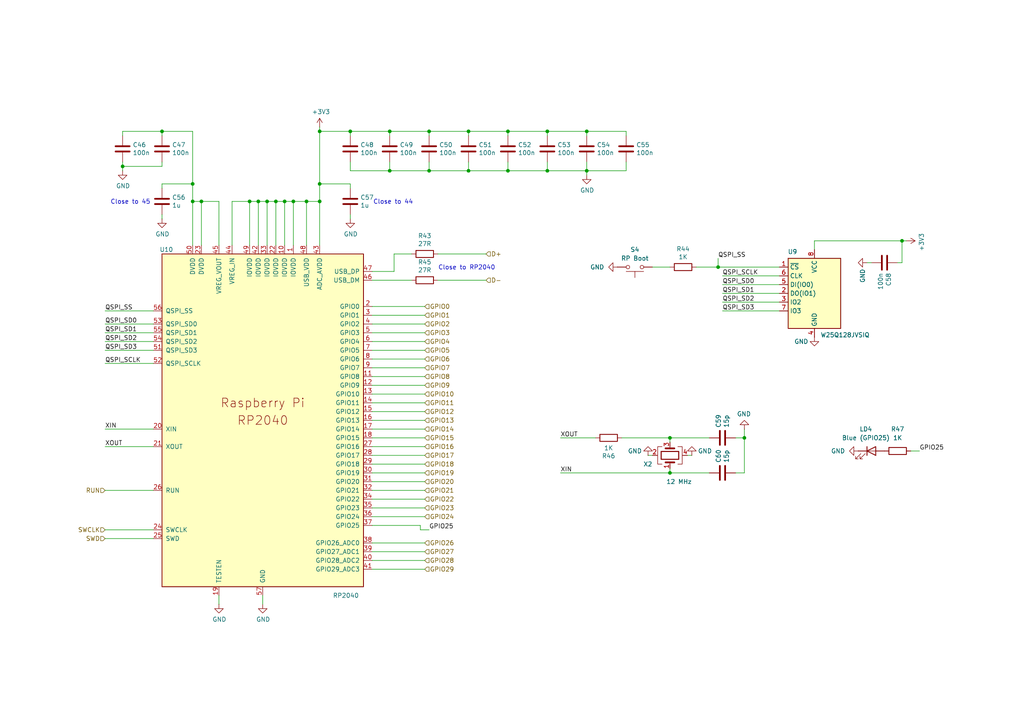
<source format=kicad_sch>
(kicad_sch (version 20250114) (generator "eeschema") (generator_version "9.0")
  (paper "A4")
  (title_block (title "${NAME} ${MODEL}") (date "2025-07-04") (rev "${VERSION}") (company "Mikhail Matveev") (comment 1 "https://github.com/rh1tech/echo"))
  (lib_symbols
    (symbol "+3V3_1" (power) (pin_numbers (hide yes)) (pin_names (offset 0) (hide yes))
      (property "Value" "+3V3" (at 0 3.556 0))
      (symbol "+3V3_1_0_1"
        (polyline (pts (xy -0.762 1.27) (xy 0 2.54)))
        (polyline (pts (xy 0 2.54) (xy 0.762 1.27)))
        (polyline (pts (xy 0 0) (xy 0 2.54)))
      )
      (symbol "+3V3_1_1_1"
        (pin power_in line (at 0 0 90) (length 0) (name "~") (number "1"))
      )
    )
    (symbol "Device:C" (pin_numbers (hide yes)) (pin_names (offset 0.254))
      (property "Reference" "C" (at 0.635 2.54 0))
      (property "Value" "C" (at 0.635 -2.54 0))
      (symbol "C_0_1"
        (polyline (pts (xy -2.032 0.762) (xy 2.032 0.762)) (stroke (width 0.508)))
        (polyline (pts (xy -2.032 -0.762) (xy 2.032 -0.762)) (stroke (width 0.508)))
      )
      (symbol "C_1_1"
        (pin passive line (at 0 3.81 270) (length 2.794) (name "~") (number "1"))
        (pin passive line (at 0 -3.81 90) (length 2.794) (name "~") (number "2"))
      )
    )
    (symbol "Device:Crystal_GND24" (pin_names (offset 1.016) (hide yes))
      (property "Reference" "Y" (at 3.175 5.08 0))
      (property "Value" "Crystal_GND24" (at 3.175 3.175 0))
      (symbol "Crystal_GND24_0_1"
        (polyline (pts (xy -2.54 2.286) (xy -2.54 3.556) (xy 2.54 3.556) (xy 2.54 2.286)))
        (polyline (pts (xy -2.54 0) (xy -2.032 0)))
        (polyline (pts (xy -2.54 -2.286) (xy -2.54 -3.556) (xy 2.54 -3.556) (xy 2.54 -2.286)))
        (polyline (pts (xy -2.032 -1.27) (xy -2.032 1.27)) (stroke (width 0.508)))
        (rectangle (start -1.143 2.54) (end 1.143 -2.54) (stroke (width 0.3048)))
        (polyline (pts (xy 0 3.556) (xy 0 3.81)))
        (polyline (pts (xy 0 -3.81) (xy 0 -3.556)))
        (polyline (pts (xy 2.032 0) (xy 2.54 0)))
        (polyline (pts (xy 2.032 -1.27) (xy 2.032 1.27)) (stroke (width 0.508)))
      )
      (symbol "Crystal_GND24_1_1"
        (pin passive line (at -3.81 0 0) (length 1.27) (name "1") (number "1"))
        (pin passive line (at 0 5.08 270) (length 1.27) (name "2") (number "2"))
        (pin passive line (at 0 -5.08 90) (length 1.27) (name "4") (number "4"))
        (pin passive line (at 3.81 0 180) (length 1.27) (name "3") (number "3"))
      )
    )
    (symbol "Device:LED" (pin_numbers (hide yes)) (pin_names (offset 1.016) (hide yes))
      (property "Reference" "D" (at 0 2.54 0))
      (property "Value" "LED" (at 0 -2.54 0))
      (symbol "LED_0_1"
        (polyline (pts (xy -3.048 -0.762) (xy -4.572 -2.286) (xy -3.81 -2.286) (xy -4.572 -2.286) (xy -4.572 -1.524)))
        (polyline (pts (xy -1.778 -0.762) (xy -3.302 -2.286) (xy -2.54 -2.286) (xy -3.302 -2.286) (xy -3.302 -1.524)))
        (polyline (pts (xy -1.27 0) (xy 1.27 0)))
        (polyline (pts (xy -1.27 -1.27) (xy -1.27 1.27)) (stroke (width 0.254)))
        (polyline (pts (xy 1.27 -1.27) (xy 1.27 1.27) (xy -1.27 0) (xy 1.27 -1.27)) (stroke (width 0.254)))
      )
      (symbol "LED_1_1"
        (pin passive line (at -3.81 0 0) (length 2.54) (name "K") (number "1"))
        (pin passive line (at 3.81 0 180) (length 2.54) (name "A") (number "2"))
      )
    )
    (symbol "Device:R" (pin_numbers (hide yes)) (pin_names (offset 0))
      (property "Reference" "R" (at 2.032 0 90))
      (property "Value" "R" (at 0 0 90))
      (symbol "R_0_1"
        (rectangle (start -1.016 -2.54) (end 1.016 2.54) (stroke (width 0.254)))
      )
      (symbol "R_1_1"
        (pin passive line (at 0 3.81 270) (length 1.27) (name "~") (number "1"))
        (pin passive line (at 0 -3.81 90) (length 1.27) (name "~") (number "2"))
      )
    )
    (symbol "FRANK:Flash_W25Q128JVS"
      (property "Reference" "FL1" (at -6.35 12.065 0))
      (property "Value" "W25Q128JVSIQ" (at 8.89 -12.065 0))
      (symbol "Flash_W25Q128JVS_0_1"
        (rectangle (start -7.62 10.16) (end 7.62 -10.16) (stroke (width 0.254)) (fill (type background)))
      )
      (symbol "Flash_W25Q128JVS_1_1"
        (pin input line (at -10.16 7.62 0) (length 2.54) (name "~{CS}") (number "1"))
        (pin input line (at -10.16 5.08 0) (length 2.54) (name "CLK") (number "6"))
        (pin bidirectional line (at -10.16 2.54 0) (length 2.54) (name "DI(IO0)") (number "5"))
        (pin bidirectional line (at -10.16 0 0) (length 2.54) (name "DO(IO1)") (number "2"))
        (pin bidirectional line (at -10.16 -2.54 0) (length 2.54) (name "IO2") (number "3"))
        (pin bidirectional line (at -10.16 -5.08 0) (length 2.54) (name "IO3") (number "7"))
        (pin power_in line (at 0 12.7 270) (length 2.54) (name "VCC") (number "8"))
        (pin power_in line (at 0 -12.7 90) (length 2.54) (name "GND") (number "4"))
      )
    )
    (symbol "FRANK:RP2040" (pin_names (offset 1.016))
      (property "Reference" "RP1" (at -27.94 49.53 0))
      (property "Value" "RP2040" (at 24.13 -50.8 0))
      (symbol "RP2040_0_0"
        (text "Raspberry Pi" (at 0 5.08 0) (effects (font (size 2.54 2.54))))
        (text "RP2040" (at 0 0 0) (effects (font (size 2.54 2.54))))
      )
      (symbol "RP2040_0_1"
        (rectangle (start 29.21 48.26) (end -29.21 -48.26) (stroke (width 0.254)) (fill (type background)))
      )
      (symbol "RP2040_1_1"
        (pin bidirectional line (at -31.75 31.75 0) (length 2.54) (name "QSPI_SS") (number "56"))
        (pin bidirectional line (at -31.75 27.94 0) (length 2.54) (name "QSPI_SD0") (number "53"))
        (pin bidirectional line (at -31.75 25.4 0) (length 2.54) (name "QSPI_SD1") (number "55"))
        (pin bidirectional line (at -31.75 22.86 0) (length 2.54) (name "QSPI_SD2") (number "54"))
        (pin bidirectional line (at -31.75 20.32 0) (length 2.54) (name "QSPI_SD3") (number "51"))
        (pin output line (at -31.75 16.51 0) (length 2.54) (name "QSPI_SCLK") (number "52"))
        (pin input line (at -31.75 -2.54 0) (length 2.54) (name "XIN") (number "20"))
        (pin passive line (at -31.75 -7.62 0) (length 2.54) (name "XOUT") (number "21"))
        (pin input line (at -31.75 -20.32 0) (length 2.54) (name "RUN") (number "26"))
        (pin output line (at -31.75 -31.75 0) (length 2.54) (name "SWCLK") (number "24"))
        (pin bidirectional line (at -31.75 -34.29 0) (length 2.54) (name "SWD") (number "25"))
        (pin power_in line (at -20.32 50.8 270) (length 2.54) (name "DVDD") (number "50"))
        (pin power_in line (at -17.78 50.8 270) (length 2.54) (name "DVDD") (number "23"))
        (pin power_out line (at -12.7 50.8 270) (length 2.54) (name "VREG_VOUT") (number "45"))
        (pin passive line (at -12.7 -50.8 90) (length 2.54) (name "TESTEN") (number "19"))
        (pin power_in line (at -8.89 50.8 270) (length 2.54) (name "VREG_IN") (number "44"))
        (pin power_in line (at -3.81 50.8 270) (length 2.54) (name "IOVDD") (number "49"))
        (pin power_in line (at -1.27 50.8 270) (length 2.54) (name "IOVDD") (number "42"))
        (pin power_in line (at 0 -50.8 90) (length 2.54) (name "GND") (number "57"))
        (pin power_in line (at 1.27 50.8 270) (length 2.54) (name "IOVDD") (number "33"))
        (pin power_in line (at 3.81 50.8 270) (length 2.54) (name "IOVDD") (number "22"))
        (pin power_in line (at 6.35 50.8 270) (length 2.54) (name "IOVDD") (number "10"))
        (pin power_in line (at 8.89 50.8 270) (length 2.54) (name "IOVDD") (number "1"))
        (pin power_in line (at 12.7 50.8 270) (length 2.54) (name "USB_VDD") (number "48"))
        (pin power_in line (at 16.51 50.8 270) (length 2.54) (name "ADC_AVDD") (number "43"))
        (pin bidirectional line (at 31.75 43.18 180) (length 2.54) (name "USB_DP") (number "47"))
        (pin bidirectional line (at 31.75 40.64 180) (length 2.54) (name "USB_DM") (number "46"))
        (pin bidirectional line (at 31.75 33.02 180) (length 2.54) (name "GPIO0") (number "2"))
        (pin bidirectional line (at 31.75 30.48 180) (length 2.54) (name "GPIO1") (number "3"))
        (pin bidirectional line (at 31.75 27.94 180) (length 2.54) (name "GPIO2") (number "4"))
        (pin bidirectional line (at 31.75 25.4 180) (length 2.54) (name "GPIO3") (number "5"))
        (pin bidirectional line (at 31.75 22.86 180) (length 2.54) (name "GPIO4") (number "6"))
        (pin bidirectional line (at 31.75 20.32 180) (length 2.54) (name "GPIO5") (number "7"))
        (pin bidirectional line (at 31.75 17.78 180) (length 2.54) (name "GPIO6") (number "8"))
        (pin bidirectional line (at 31.75 15.24 180) (length 2.54) (name "GPIO7") (number "9"))
        (pin bidirectional line (at 31.75 12.7 180) (length 2.54) (name "GPIO8") (number "11"))
        (pin bidirectional line (at 31.75 10.16 180) (length 2.54) (name "GPIO9") (number "12"))
        (pin bidirectional line (at 31.75 7.62 180) (length 2.54) (name "GPIO10") (number "13"))
        (pin bidirectional line (at 31.75 5.08 180) (length 2.54) (name "GPIO11") (number "14"))
        (pin bidirectional line (at 31.75 2.54 180) (length 2.54) (name "GPIO12") (number "15"))
        (pin bidirectional line (at 31.75 0 180) (length 2.54) (name "GPIO13") (number "16"))
        (pin bidirectional line (at 31.75 -2.54 180) (length 2.54) (name "GPIO14") (number "17"))
        (pin bidirectional line (at 31.75 -5.08 180) (length 2.54) (name "GPIO15") (number "18"))
        (pin bidirectional line (at 31.75 -7.62 180) (length 2.54) (name "GPIO16") (number "27"))
        (pin bidirectional line (at 31.75 -10.16 180) (length 2.54) (name "GPIO17") (number "28"))
        (pin bidirectional line (at 31.75 -12.7 180) (length 2.54) (name "GPIO18") (number "29"))
        (pin bidirectional line (at 31.75 -15.24 180) (length 2.54) (name "GPIO19") (number "30"))
        (pin bidirectional line (at 31.75 -17.78 180) (length 2.54) (name "GPIO20") (number "31"))
        (pin bidirectional line (at 31.75 -20.32 180) (length 2.54) (name "GPIO21") (number "32"))
        (pin bidirectional line (at 31.75 -22.86 180) (length 2.54) (name "GPIO22") (number "34"))
        (pin bidirectional line (at 31.75 -25.4 180) (length 2.54) (name "GPIO23") (number "35"))
        (pin bidirectional line (at 31.75 -27.94 180) (length 2.54) (name "GPIO24") (number "36"))
        (pin bidirectional line (at 31.75 -30.48 180) (length 2.54) (name "GPIO25") (number "37"))
        (pin bidirectional line (at 31.75 -35.56 180) (length 2.54) (name "GPIO26_ADC0") (number "38"))
        (pin bidirectional line (at 31.75 -38.1 180) (length 2.54) (name "GPIO27_ADC1") (number "39"))
        (pin bidirectional line (at 31.75 -40.64 180) (length 2.54) (name "GPIO28_ADC2") (number "40"))
        (pin bidirectional line (at 31.75 -43.18 180) (length 2.54) (name "GPIO29_ADC3") (number "41"))
      )
    )
    (symbol "GND_10" (power) (pin_numbers (hide yes)) (pin_names (offset 0) (hide yes))
      (property "Value" "GND" (at 0 -3.81 0))
      (symbol "GND_10_0_1"
        (polyline (pts (xy 0 0) (xy 0 -1.27) (xy 1.27 -1.27) (xy 0 -2.54) (xy -1.27 -1.27) (xy 0 -1.27)))
      )
      (symbol "GND_10_1_1"
        (pin power_in line (at 0 0 270) (length 0) (name "~") (number "1"))
      )
    )
    (symbol "GND_11" (power) (pin_numbers (hide yes)) (pin_names (offset 0) (hide yes))
      (property "Value" "GND" (at 0 -3.81 0))
      (symbol "GND_11_0_1"
        (polyline (pts (xy 0 0) (xy 0 -1.27) (xy 1.27 -1.27) (xy 0 -2.54) (xy -1.27 -1.27) (xy 0 -1.27)))
      )
      (symbol "GND_11_1_1"
        (pin power_in line (at 0 0 270) (length 0) (name "~") (number "1"))
      )
    )
    (symbol "GND_12" (power) (pin_numbers (hide yes)) (pin_names (offset 0) (hide yes))
      (property "Value" "GND" (at 0 -3.81 0))
      (symbol "GND_12_0_1"
        (polyline (pts (xy 0 0) (xy 0 -1.27) (xy 1.27 -1.27) (xy 0 -2.54) (xy -1.27 -1.27) (xy 0 -1.27)))
      )
      (symbol "GND_12_1_1"
        (pin power_in line (at 0 0 270) (length 0) (name "~") (number "1"))
      )
    )
    (symbol "GND_2" (power) (pin_numbers (hide yes)) (pin_names (offset 0) (hide yes))
      (property "Value" "GND" (at 0 -3.81 0))
      (symbol "GND_2_0_1"
        (polyline (pts (xy 0 0) (xy 0 -1.27) (xy 1.27 -1.27) (xy 0 -2.54) (xy -1.27 -1.27) (xy 0 -1.27)))
      )
      (symbol "GND_2_1_1"
        (pin power_in line (at 0 0 270) (length 0) (name "~") (number "1"))
      )
    )
    (symbol "GND_3" (power) (pin_numbers (hide yes)) (pin_names (offset 0) (hide yes))
      (property "Value" "GND" (at 0 -3.81 0))
      (symbol "GND_3_0_1"
        (polyline (pts (xy 0 0) (xy 0 -1.27) (xy 1.27 -1.27) (xy 0 -2.54) (xy -1.27 -1.27) (xy 0 -1.27)))
      )
      (symbol "GND_3_1_1"
        (pin power_in line (at 0 0 270) (length 0) (name "~") (number "1"))
      )
    )
    (symbol "GND_4" (power) (pin_numbers (hide yes)) (pin_names (offset 0) (hide yes))
      (property "Value" "GND" (at 0 -3.81 0))
      (symbol "GND_4_0_1"
        (polyline (pts (xy 0 0) (xy 0 -1.27) (xy 1.27 -1.27) (xy 0 -2.54) (xy -1.27 -1.27) (xy 0 -1.27)))
      )
      (symbol "GND_4_1_1"
        (pin power_in line (at 0 0 270) (length 0) (name "~") (number "1"))
      )
    )
    (symbol "GND_5" (power) (pin_numbers (hide yes)) (pin_names (offset 0) (hide yes))
      (property "Value" "GND" (at 0 -3.81 0))
      (symbol "GND_5_0_1"
        (polyline (pts (xy 0 0) (xy 0 -1.27) (xy 1.27 -1.27) (xy 0 -2.54) (xy -1.27 -1.27) (xy 0 -1.27)))
      )
      (symbol "GND_5_1_1"
        (pin power_in line (at 0 0 270) (length 0) (name "~") (number "1"))
      )
    )
    (symbol "GND_6" (power) (pin_numbers (hide yes)) (pin_names (offset 0) (hide yes))
      (property "Value" "GND" (at 0 -3.81 0))
      (symbol "GND_6_0_1"
        (polyline (pts (xy 0 0) (xy 0 -1.27) (xy 1.27 -1.27) (xy 0 -2.54) (xy -1.27 -1.27) (xy 0 -1.27)))
      )
      (symbol "GND_6_1_1"
        (pin power_in line (at 0 0 270) (length 0) (name "~") (number "1"))
      )
    )
    (symbol "GND_7" (power) (pin_numbers (hide yes)) (pin_names (offset 0) (hide yes))
      (property "Value" "GND" (at 0 -3.81 0))
      (symbol "GND_7_0_1"
        (polyline (pts (xy 0 0) (xy 0 -1.27) (xy 1.27 -1.27) (xy 0 -2.54) (xy -1.27 -1.27) (xy 0 -1.27)))
      )
      (symbol "GND_7_1_1"
        (pin power_in line (at 0 0 270) (length 0) (name "~") (number "1"))
      )
    )
    (symbol "GND_8" (power) (pin_numbers (hide yes)) (pin_names (offset 0) (hide yes))
      (property "Value" "GND" (at 0 -3.81 0))
      (symbol "GND_8_0_1"
        (polyline (pts (xy 0 0) (xy 0 -1.27) (xy 1.27 -1.27) (xy 0 -2.54) (xy -1.27 -1.27) (xy 0 -1.27)))
      )
      (symbol "GND_8_1_1"
        (pin power_in line (at 0 0 270) (length 0) (name "~") (number "1"))
      )
    )
    (symbol "GND_9" (power) (pin_numbers (hide yes)) (pin_names (offset 0) (hide yes))
      (property "Value" "GND" (at 0 -3.81 0))
      (symbol "GND_9_0_1"
        (polyline (pts (xy 0 0) (xy 0 -1.27) (xy 1.27 -1.27) (xy 0 -2.54) (xy -1.27 -1.27) (xy 0 -1.27)))
      )
      (symbol "GND_9_1_1"
        (pin power_in line (at 0 0 270) (length 0) (name "~") (number "1"))
      )
    )
    (symbol "Switch:SW_Push" (pin_numbers (hide yes)) (pin_names (offset 1.016) (hide yes))
      (property "Reference" "SW" (at 1.27 2.54 0))
      (property "Value" "SW_Push" (at 0 -1.524 0))
      (symbol "SW_Push_0_1"
        (circle (center -2.032 0) (radius 0.508))
        (polyline (pts (xy 0 1.27) (xy 0 3.048)))
        (circle (center 2.032 0) (radius 0.508))
        (polyline (pts (xy 2.54 1.27) (xy -2.54 1.27)))
        (pin passive line (at -5.08 0 0) (length 2.54) (name "1") (number "1"))
        (pin passive line (at 5.08 0 180) (length 2.54) (name "2") (number "2"))
      )
    )
    (symbol "power:+3V3" (power) (pin_numbers (hide yes)) (pin_names (offset 0) (hide yes))
      (property "Value" "+3V3" (at 0 3.556 0))
      (symbol "+3V3_0_1"
        (polyline (pts (xy -0.762 1.27) (xy 0 2.54)))
        (polyline (pts (xy 0 2.54) (xy 0.762 1.27)))
        (polyline (pts (xy 0 0) (xy 0 2.54)))
      )
      (symbol "+3V3_1_1"
        (pin power_in line (at 0 0 90) (length 0) (name "~") (number "1"))
      )
    )
    (symbol "power:GND" (power) (pin_numbers (hide yes)) (pin_names (offset 0) (hide yes))
      (property "Value" "GND" (at 0 -3.81 0))
      (symbol "GND_0_1"
        (polyline (pts (xy 0 0) (xy 0 -1.27) (xy 1.27 -1.27) (xy 0 -2.54) (xy -1.27 -1.27) (xy 0 -1.27)))
      )
      (symbol "GND_1_1"
        (pin power_in line (at 0 0 270) (length 0) (name "~") (number "1"))
      )
    )
  )
  (text "Close to 44" (at 114.046 58.674 0) (effects (font (size 1.27 1.27))))
  (text "Close to RP2040" (at 135.382 77.724 0) (effects (font (size 1.27 1.27))))
  (text "Close to 45" (at 37.846 58.674 0) (effects (font (size 1.27 1.27))))
  (junction (at 58.42 58.42))
  (junction (at 215.9 127))
  (junction (at 113.03 49.53))
  (junction (at 88.9 58.42))
  (junction (at 101.6 38.1))
  (junction (at 158.75 49.53))
  (junction (at 72.39 58.42))
  (junction (at 170.18 38.1))
  (junction (at 82.55 58.42))
  (junction (at 92.71 53.34))
  (junction (at 170.18 49.53))
  (junction (at 35.56 48.26))
  (junction (at 147.32 49.53))
  (junction (at 80.01 58.42))
  (junction (at 135.89 38.1))
  (junction (at 55.88 53.34))
  (junction (at 113.03 38.1))
  (junction (at 46.99 38.1))
  (junction (at 208.28 77.47))
  (junction (at 135.89 49.53))
  (junction (at 92.71 38.1))
  (junction (at 85.09 58.42))
  (junction (at 74.93 58.42))
  (junction (at 194.31 127))
  (junction (at 158.75 38.1))
  (junction (at 124.46 38.1))
  (junction (at 92.71 58.42))
  (junction (at 55.88 58.42))
  (junction (at 77.47 58.42))
  (junction (at 261.62 69.85))
  (junction (at 194.31 137.16))
  (junction (at 124.46 49.53))
  (junction (at 147.32 38.1))
  (wire (pts (xy 58.42 58.42) (xy 55.88 58.42)))
  (wire (pts (xy 226.06 82.55) (xy 209.55 82.55)))
  (wire (pts (xy 127 73.66) (xy 140.97 73.66)))
  (wire (pts (xy 107.95 104.14) (xy 123.19 104.14)))
  (wire (pts (xy 121.92 152.4) (xy 107.95 152.4)))
  (wire (pts (xy 46.99 48.26) (xy 46.99 46.99)))
  (wire (pts (xy 170.18 46.99) (xy 170.18 49.53)))
  (wire (pts (xy 114.3 73.66) (xy 114.3 78.74)))
  (wire (pts (xy 82.55 58.42) (xy 85.09 58.42)))
  (wire (pts (xy 158.75 39.37) (xy 158.75 38.1)))
  (wire (pts (xy 92.71 38.1) (xy 101.6 38.1)))
  (wire (pts (xy 101.6 46.99) (xy 101.6 49.53)))
  (wire (pts (xy 101.6 39.37) (xy 101.6 38.1)))
  (wire (pts (xy 67.31 58.42) (xy 72.39 58.42)))
  (wire (pts (xy 215.9 137.16) (xy 215.9 127)))
  (wire (pts (xy 252.73 76.2) (xy 251.46 76.2)))
  (wire (pts (xy 181.61 39.37) (xy 181.61 38.1)))
  (wire (pts (xy 107.95 142.24) (xy 123.19 142.24)))
  (wire (pts (xy 107.95 160.02) (xy 123.19 160.02)))
  (wire (pts (xy 113.03 39.37) (xy 113.03 38.1)))
  (wire (pts (xy 260.35 76.2) (xy 261.62 76.2)))
  (wire (pts (xy 101.6 62.23) (xy 101.6 63.5)))
  (wire (pts (xy 80.01 58.42) (xy 82.55 58.42)))
  (wire (pts (xy 205.74 137.16) (xy 194.31 137.16)))
  (wire (pts (xy 92.71 58.42) (xy 92.71 71.12)))
  (wire (pts (xy 63.5 71.12) (xy 63.5 58.42)))
  (wire (pts (xy 30.48 99.06) (xy 44.45 99.06)))
  (wire (pts (xy 107.95 165.1) (xy 123.19 165.1)))
  (wire (pts (xy 113.03 46.99) (xy 113.03 49.53)))
  (wire (pts (xy 236.22 69.85) (xy 261.62 69.85)))
  (wire (pts (xy 46.99 39.37) (xy 46.99 38.1)))
  (wire (pts (xy 208.28 77.47) (xy 226.06 77.47)))
  (wire (pts (xy 107.95 127) (xy 123.19 127)))
  (wire (pts (xy 189.23 77.47) (xy 194.31 77.47)))
  (wire (pts (xy 30.48 124.46) (xy 44.45 124.46)))
  (wire (pts (xy 107.95 96.52) (xy 123.19 96.52)))
  (wire (pts (xy 181.61 46.99) (xy 181.61 49.53)))
  (wire (pts (xy 213.36 137.16) (xy 215.9 137.16)))
  (wire (pts (xy 46.99 62.23) (xy 46.99 63.5)))
  (wire (pts (xy 107.95 101.6) (xy 123.19 101.6)))
  (wire (pts (xy 46.99 54.61) (xy 46.99 53.34)))
  (wire (pts (xy 92.71 53.34) (xy 92.71 58.42)))
  (wire (pts (xy 92.71 38.1) (xy 92.71 53.34)))
  (wire (pts (xy 127 81.28) (xy 140.97 81.28)))
  (wire (pts (xy 101.6 54.61) (xy 101.6 53.34)))
  (wire (pts (xy 88.9 71.12) (xy 88.9 58.42)))
  (wire (pts (xy 158.75 46.99) (xy 158.75 49.53)))
  (wire (pts (xy 55.88 53.34) (xy 55.88 58.42)))
  (wire (pts (xy 44.45 153.67) (xy 30.48 153.67)))
  (wire (pts (xy 107.95 124.46) (xy 123.19 124.46)))
  (wire (pts (xy 205.74 127) (xy 194.31 127)))
  (wire (pts (xy 107.95 139.7) (xy 123.19 139.7)))
  (wire (pts (xy 147.32 49.53) (xy 135.89 49.53)))
  (wire (pts (xy 72.39 58.42) (xy 74.93 58.42)))
  (wire (pts (xy 226.06 90.17) (xy 209.55 90.17)))
  (wire (pts (xy 101.6 38.1) (xy 113.03 38.1)))
  (wire (pts (xy 200.66 132.08) (xy 199.39 132.08)))
  (wire (pts (xy 209.55 80.01) (xy 226.06 80.01)))
  (wire (pts (xy 107.95 162.56) (xy 123.19 162.56)))
  (wire (pts (xy 67.31 71.12) (xy 67.31 58.42)))
  (wire (pts (xy 88.9 58.42) (xy 92.71 58.42)))
  (wire (pts (xy 46.99 53.34) (xy 55.88 53.34)))
  (wire (pts (xy 201.93 77.47) (xy 208.28 77.47)))
  (wire (pts (xy 35.56 46.99) (xy 35.56 48.26)))
  (wire (pts (xy 135.89 38.1) (xy 147.32 38.1)))
  (wire (pts (xy 107.95 99.06) (xy 123.19 99.06)))
  (wire (pts (xy 107.95 114.3) (xy 123.19 114.3)))
  (wire (pts (xy 147.32 38.1) (xy 158.75 38.1)))
  (wire (pts (xy 194.31 128.27) (xy 194.31 127)))
  (wire (pts (xy 55.88 38.1) (xy 55.88 53.34)))
  (wire (pts (xy 226.06 85.09) (xy 209.55 85.09)))
  (wire (pts (xy 236.22 72.39) (xy 236.22 69.85)))
  (wire (pts (xy 170.18 38.1) (xy 181.61 38.1)))
  (wire (pts (xy 213.36 127) (xy 215.9 127)))
  (wire (pts (xy 194.31 135.89) (xy 194.31 137.16)))
  (wire (pts (xy 114.3 73.66) (xy 119.38 73.66)))
  (wire (pts (xy 30.48 101.6) (xy 44.45 101.6)))
  (wire (pts (xy 107.95 147.32) (xy 123.19 147.32)))
  (wire (pts (xy 107.95 129.54) (xy 123.19 129.54)))
  (wire (pts (xy 80.01 71.12) (xy 80.01 58.42)))
  (wire (pts (xy 147.32 46.99) (xy 147.32 49.53)))
  (wire (pts (xy 72.39 71.12) (xy 72.39 58.42)))
  (wire (pts (xy 30.48 93.98) (xy 44.45 93.98)))
  (wire (pts (xy 30.48 90.17) (xy 44.45 90.17)))
  (wire (pts (xy 107.95 106.68) (xy 123.19 106.68)))
  (wire (pts (xy 194.31 137.16) (xy 162.56 137.16)))
  (wire (pts (xy 158.75 38.1) (xy 170.18 38.1)))
  (wire (pts (xy 113.03 38.1) (xy 124.46 38.1)))
  (wire (pts (xy 63.5 172.72) (xy 63.5 175.26)))
  (wire (pts (xy 107.95 132.08) (xy 123.19 132.08)))
  (wire (pts (xy 264.16 130.81) (xy 266.7 130.81)))
  (wire (pts (xy 172.72 127) (xy 162.56 127)))
  (wire (pts (xy 107.95 116.84) (xy 123.19 116.84)))
  (wire (pts (xy 107.95 78.74) (xy 114.3 78.74)))
  (wire (pts (xy 124.46 46.99) (xy 124.46 49.53)))
  (wire (pts (xy 262.89 69.85) (xy 261.62 69.85)))
  (wire (pts (xy 147.32 39.37) (xy 147.32 38.1)))
  (wire (pts (xy 194.31 127) (xy 180.34 127)))
  (wire (pts (xy 107.95 81.28) (xy 119.38 81.28)))
  (wire (pts (xy 35.56 48.26) (xy 46.99 48.26)))
  (wire (pts (xy 124.46 39.37) (xy 124.46 38.1)))
  (wire (pts (xy 30.48 129.54) (xy 44.45 129.54)))
  (wire (pts (xy 107.95 91.44) (xy 123.19 91.44)))
  (wire (pts (xy 158.75 49.53) (xy 147.32 49.53)))
  (wire (pts (xy 92.71 53.34) (xy 101.6 53.34)))
  (wire (pts (xy 215.9 127) (xy 215.9 124.46)))
  (wire (pts (xy 170.18 49.53) (xy 181.61 49.53)))
  (wire (pts (xy 55.88 58.42) (xy 55.88 71.12)))
  (wire (pts (xy 44.45 142.24) (xy 30.48 142.24)))
  (wire (pts (xy 44.45 156.21) (xy 30.48 156.21)))
  (wire (pts (xy 170.18 39.37) (xy 170.18 38.1)))
  (wire (pts (xy 85.09 58.42) (xy 88.9 58.42)))
  (wire (pts (xy 121.92 153.67) (xy 124.46 153.67)))
  (wire (pts (xy 107.95 119.38) (xy 123.19 119.38)))
  (wire (pts (xy 135.89 46.99) (xy 135.89 49.53)))
  (wire (pts (xy 113.03 49.53) (xy 101.6 49.53)))
  (wire (pts (xy 63.5 58.42) (xy 58.42 58.42)))
  (wire (pts (xy 135.89 39.37) (xy 135.89 38.1)))
  (wire (pts (xy 226.06 87.63) (xy 209.55 87.63)))
  (wire (pts (xy 124.46 38.1) (xy 135.89 38.1)))
  (wire (pts (xy 107.95 93.98) (xy 123.19 93.98)))
  (wire (pts (xy 135.89 49.53) (xy 124.46 49.53)))
  (wire (pts (xy 92.71 36.83) (xy 92.71 38.1)))
  (wire (pts (xy 121.92 153.67) (xy 121.92 152.4)))
  (wire (pts (xy 189.23 132.08) (xy 187.96 132.08)))
  (wire (pts (xy 107.95 121.92) (xy 123.19 121.92)))
  (wire (pts (xy 208.28 74.93) (xy 208.28 77.47)))
  (wire (pts (xy 124.46 49.53) (xy 113.03 49.53)))
  (wire (pts (xy 77.47 58.42) (xy 80.01 58.42)))
  (wire (pts (xy 46.99 38.1) (xy 55.88 38.1)))
  (wire (pts (xy 107.95 111.76) (xy 123.19 111.76)))
  (wire (pts (xy 85.09 58.42) (xy 85.09 71.12)))
  (wire (pts (xy 107.95 137.16) (xy 123.19 137.16)))
  (wire (pts (xy 35.56 38.1) (xy 46.99 38.1)))
  (wire (pts (xy 35.56 39.37) (xy 35.56 38.1)))
  (wire (pts (xy 35.56 48.26) (xy 35.56 49.53)))
  (wire (pts (xy 30.48 105.41) (xy 44.45 105.41)))
  (wire (pts (xy 158.75 49.53) (xy 170.18 49.53)))
  (wire (pts (xy 74.93 71.12) (xy 74.93 58.42)))
  (wire (pts (xy 76.2 172.72) (xy 76.2 175.26)))
  (wire (pts (xy 74.93 58.42) (xy 77.47 58.42)))
  (wire (pts (xy 170.18 49.53) (xy 170.18 50.8)))
  (wire (pts (xy 107.95 134.62) (xy 123.19 134.62)))
  (wire (pts (xy 30.48 96.52) (xy 44.45 96.52)))
  (wire (pts (xy 107.95 109.22) (xy 123.19 109.22)))
  (wire (pts (xy 77.47 71.12) (xy 77.47 58.42)))
  (wire (pts (xy 58.42 71.12) (xy 58.42 58.42)))
  (wire (pts (xy 107.95 157.48) (xy 123.19 157.48)))
  (wire (pts (xy 107.95 149.86) (xy 123.19 149.86)))
  (wire (pts (xy 261.62 76.2) (xy 261.62 69.85)))
  (wire (pts (xy 107.95 88.9) (xy 123.19 88.9)))
  (wire (pts (xy 82.55 71.12) (xy 82.55 58.42)))
  (wire (pts (xy 107.95 144.78) (xy 123.19 144.78)))
  (label "QSPI_SD2" (at 209.55 87.63 0))
  (label "QSPI_SCLK" (at 30.48 105.41 0))
  (label "QSPI_SD0" (at 30.48 93.98 0))
  (label "QSPI_SS" (at 208.28 74.93 0))
  (label "XIN" (at 30.48 124.46 0))
  (label "QSPI_SCLK" (at 209.55 80.01 0))
  (label "QSPI_SD1" (at 30.48 96.52 0))
  (label "QSPI_SD3" (at 30.48 101.6 0))
  (label "GPIO25" (at 266.7 130.81 0))
  (label "XIN" (at 162.56 137.16 0))
  (label "GPIO25" (at 124.46 153.67 0))
  (label "QSPI_SD0" (at 209.55 82.55 0))
  (label "XOUT" (at 162.56 127 0))
  (label "XOUT" (at 30.48 129.54 0))
  (label "QSPI_SD1" (at 209.55 85.09 0))
  (label "QSPI_SD3" (at 209.55 90.17 0))
  (label "QSPI_SD2" (at 30.48 99.06 0))
  (label "QSPI_SS" (at 30.48 90.17 0))
  (hierarchical_label "GPIO18" (shape input) (at 123.19 134.62 0))
  (hierarchical_label "GPIO29" (shape input) (at 123.19 165.1 0))
  (hierarchical_label "GPIO3" (shape input) (at 123.19 96.52 0))
  (hierarchical_label "GPIO15" (shape input) (at 123.19 127 0))
  (hierarchical_label "GPIO21" (shape input) (at 123.19 142.24 0))
  (hierarchical_label "GPIO16" (shape input) (at 123.19 129.54 0))
  (hierarchical_label "GPIO1" (shape input) (at 123.19 91.44 0))
  (hierarchical_label "D-" (shape input) (at 140.97 81.28 0))
  (hierarchical_label "GPIO11" (shape input) (at 123.19 116.84 0))
  (hierarchical_label "GPIO27" (shape input) (at 123.19 160.02 0))
  (hierarchical_label "D+" (shape input) (at 140.97 73.66 0))
  (hierarchical_label "GPIO20" (shape input) (at 123.19 139.7 0))
  (hierarchical_label "GPIO14" (shape input) (at 123.19 124.46 0))
  (hierarchical_label "GPIO8" (shape input) (at 123.19 109.22 0))
  (hierarchical_label "GPIO26" (shape input) (at 123.19 157.48 0))
  (hierarchical_label "GPIO22" (shape input) (at 123.19 144.78 0))
  (hierarchical_label "GPIO4" (shape input) (at 123.19 99.06 0))
  (hierarchical_label "GPIO7" (shape input) (at 123.19 106.68 0))
  (hierarchical_label "GPIO10" (shape input) (at 123.19 114.3 0))
  (hierarchical_label "SWD" (shape input) (at 30.48 156.21 180))
  (hierarchical_label "GPIO28" (shape input) (at 123.19 162.56 0))
  (hierarchical_label "RUN" (shape input) (at 30.48 142.24 180))
  (hierarchical_label "GPIO23" (shape input) (at 123.19 147.32 0))
  (hierarchical_label "GPIO0" (shape input) (at 123.19 88.9 0))
  (hierarchical_label "GPIO5" (shape input) (at 123.19 101.6 0))
  (hierarchical_label "SWCLK" (shape input) (at 30.48 153.67 180))
  (hierarchical_label "GPIO13" (shape input) (at 123.19 121.92 0))
  (hierarchical_label "GPIO6" (shape input) (at 123.19 104.14 0))
  (hierarchical_label "GPIO2" (shape input) (at 123.19 93.98 0))
  (hierarchical_label "GPIO17" (shape input) (at 123.19 132.08 0))
  (hierarchical_label "GPIO12" (shape input) (at 123.19 119.38 0))
  (hierarchical_label "GPIO9" (shape input) (at 123.19 111.76 0))
  (hierarchical_label "GPIO24" (shape input) (at 123.19 149.86 0))
  (hierarchical_label "GPIO19" (shape input) (at 123.19 137.16 0))
  (symbol (lib_id "Device:C") (at 46.99 43.18 0) (unit 1)
    (property "Reference" "C47" (at 49.911 42.0116 0) (effects (justify left)))
    (property "Value" "100n" (at 49.911 44.323 0) (effects (justify left)))
    (property "Footprint" "FRANK:Capacitor (0402)" (effects (hide yes)))
    (property "Datasheet" "https://eu.mouser.com/datasheet/2/447/KEM_C1075_X7R_HT_SMD-3316221.pdf" (effects (hide yes)))
    (property "AliExpress" "https://www.aliexpress.com/item/33008008276.html" (effects (hide yes)))
  )
  (symbol (lib_id "FRANK:RP2040") (at 76.2 121.92 0) (unit 1)
    (property "Reference" "U10" (at 48.26 72.39 0))
    (property "Value" "RP2040" (at 100.33 172.72 0))
    (property "Footprint" "FRANK:QFN 56" (effects (hide yes)))
    (property "Datasheet" "https://datasheets.raspberrypi.com/rp2040/rp2040-datasheet.pdf" (effects (hide yes)))
    (property "AliExpress" "https://www.aliexpress.com/item/1005007275652762.html" (effects (hide yes)))
  )
  (symbol (lib_id "power:GND") (at 179.07 77.47 270) (unit 1)
    (property "Reference" "#PWR098" (effects (hide yes)))
    (property "Value" "GND" (at 175.26 77.4699 90) (effects (justify right)))
    (property "Description" "Power symbol creates a global label with name \"GND\" , ground" (effects (hide yes)))
  )
  (symbol (lib_id "Device:R") (at 260.35 130.81 90) (unit 1)
    (property "Reference" "R47" (at 260.35 124.46 90))
    (property "Value" "1K" (at 260.35 127 90))
    (property "Footprint" "FRANK:Resistor (0402)" (effects (hide yes)))
    (property "Datasheet" "https://www.vishay.com/docs/28952/mcs0402at-mct0603at-mcu0805at-mca1206at.pdf" (effects (hide yes)))
    (property "Description" "Resistor" (effects (hide yes)))
    (property "AliExpress" "https://www.aliexpress.com/item/1005005945735199.html" (effects (hide yes)))
  )
  (symbol (lib_id "Device:Crystal_GND24") (at 194.31 132.08 90) (unit 1)
    (property "Reference" "X2" (at 189.23 134.62 90) (effects (justify left)))
    (property "Value" "12 MHz" (at 200.66 139.7 90) (effects (justify left)))
    (property "Footprint" "FRANK:Crystal (3225)" (effects (hide yes)))
    (property "Datasheet" "https://eu.mouser.com/datasheet/2/905/c_NX3225SA_e-1317523.pdf" (effects (hide yes)))
    (property "Description" "ABM8-272-T3" (effects (hide yes)))
    (property "AliExpress" "https://www.aliexpress.com/item/1005004661413307.html" (effects (hide yes)))
  )
  (symbol (lib_name "+3V3_1") (lib_id "power:+3V3") (at 92.71 36.83 0) (unit 1)
    (property "Reference" "#PWR091" (effects (hide yes)))
    (property "Value" "+3V3" (at 93.091 32.4358 0))
    (property "Description" "Power symbol creates a global label with name \"+3V3\"" (effects (hide yes)))
  )
  (symbol (lib_id "FRANK:Flash_W25Q128JVS") (at 236.22 85.09 0) (unit 1)
    (property "Reference" "U9" (at 229.87 73.025 0))
    (property "Value" "W25Q128JVSIQ" (at 245.11 97.155 0))
    (property "Footprint" "FRANK:SOIC-8" (effects (hide yes)))
    (property "Datasheet" "https://www.winbond.com/resource-files/w25q128jv_dtr%20revc%2003272018%20plus.pdf" (effects (hide yes)))
    (property "Description" "128Mb Serial Flash Memory, Standard/Dual/Quad SPI, SOIC-8" (effects (hide yes)))
    (property "AliExpress" "https://www.aliexpress.com/item/1005007820627233.html" (effects (hide yes)))
  )
  (symbol (lib_id "Device:C") (at 135.89 43.18 0) (unit 1)
    (property "Reference" "C51" (at 138.811 42.0116 0) (effects (justify left)))
    (property "Value" "100n" (at 138.811 44.323 0) (effects (justify left)))
    (property "Footprint" "FRANK:Capacitor (0402)" (effects (hide yes)))
    (property "Datasheet" "https://eu.mouser.com/datasheet/2/447/KEM_C1075_X7R_HT_SMD-3316221.pdf" (effects (hide yes)))
    (property "AliExpress" "https://www.aliexpress.com/item/33008008276.html" (effects (hide yes)))
  )
  (symbol (lib_name "GND_2") (lib_id "power:GND") (at 248.92 130.81 270) (unit 1)
    (property "Reference" "#PWR0101" (effects (hide yes)))
    (property "Value" "GND" (at 245.11 130.8099 90) (effects (justify right)))
    (property "Description" "Power symbol creates a global label with name \"GND\" , ground" (effects (hide yes)))
  )
  (symbol (lib_id "Device:R") (at 123.19 81.28 270) (unit 1)
    (property "Reference" "R45" (at 123.19 76.0222 90))
    (property "Value" "27R" (at 123.19 78.3336 90))
    (property "Footprint" "FRANK:Resistor (0402)" (effects (hide yes)))
    (property "Datasheet" "https://www.vishay.com/docs/28952/mcs0402at-mct0603at-mcu0805at-mca1206at.pdf" (effects (hide yes)))
    (property "AliExpress" "https://www.aliexpress.com/item/1005005945735199.html" (effects (hide yes)))
  )
  (symbol (lib_id "Device:R") (at 123.19 73.66 270) (unit 1)
    (property "Reference" "R43" (at 123.19 68.4022 90))
    (property "Value" "27R" (at 123.19 70.7136 90))
    (property "Footprint" "FRANK:Resistor (0402)" (effects (hide yes)))
    (property "Datasheet" "https://www.vishay.com/docs/28952/mcs0402at-mct0603at-mcu0805at-mca1206at.pdf" (effects (hide yes)))
    (property "AliExpress" "https://www.aliexpress.com/item/1005005945735199.html" (effects (hide yes)))
  )
  (symbol (lib_name "GND_4") (lib_id "power:GND") (at 46.99 63.5 0) (unit 1)
    (property "Reference" "#PWR094" (effects (hide yes)))
    (property "Value" "GND" (at 47.117 67.8942 0))
    (property "Description" "Power symbol creates a global label with name \"GND\" , ground" (effects (hide yes)))
  )
  (symbol (lib_id "power:+3V3") (at 262.89 69.85 270) (unit 1)
    (property "Reference" "#PWR096" (effects (hide yes)))
    (property "Value" "+3V3" (at 267.2842 70.231 0))
    (property "Description" "Power symbol creates a global label with name \"+3V3\"" (effects (hide yes)))
  )
  (symbol (lib_id "Device:R") (at 176.53 127 90) (unit 1)
    (property "Reference" "R46" (at 176.53 132.2578 90))
    (property "Value" "1K" (at 176.53 129.9464 90))
    (property "Footprint" "FRANK:Resistor (0402)" (effects (hide yes)))
    (property "Datasheet" "https://www.vishay.com/docs/28952/mcs0402at-mct0603at-mcu0805at-mca1206at.pdf" (effects (hide yes)))
    (property "AliExpress" "https://www.aliexpress.com/item/1005005945735199.html" (effects (hide yes)))
  )
  (symbol (lib_name "GND_6") (lib_id "power:GND") (at 76.2 175.26 0) (unit 1)
    (property "Reference" "#PWR0105" (effects (hide yes)))
    (property "Value" "GND" (at 76.327 179.6542 0))
    (property "Description" "Power symbol creates a global label with name \"GND\" , ground" (effects (hide yes)))
  )
  (symbol (lib_id "Device:C") (at 35.56 43.18 0) (unit 1)
    (property "Reference" "C46" (at 38.481 42.0116 0) (effects (justify left)))
    (property "Value" "100n" (at 38.481 44.323 0) (effects (justify left)))
    (property "Footprint" "FRANK:Capacitor (0402)" (effects (hide yes)))
    (property "Datasheet" "https://eu.mouser.com/datasheet/2/447/KEM_C1075_X7R_HT_SMD-3316221.pdf" (effects (hide yes)))
    (property "AliExpress" "https://www.aliexpress.com/item/33008008276.html" (effects (hide yes)))
  )
  (symbol (lib_name "GND_10") (lib_id "power:GND") (at 236.22 97.79 0) (unit 1)
    (property "Reference" "#PWR099" (effects (hide yes)))
    (property "Value" "GND" (at 232.41 99.06 0))
    (property "Description" "Power symbol creates a global label with name \"GND\" , ground" (effects (hide yes)))
  )
  (symbol (lib_name "GND_12") (lib_id "power:GND") (at 200.66 132.08 180) (unit 1)
    (property "Reference" "#PWR0103" (effects (hide yes)))
    (property "Value" "GND" (at 204.47 130.81 0))
    (property "Description" "Power symbol creates a global label with name \"GND\" , ground" (effects (hide yes)))
  )
  (symbol (lib_name "GND_3") (lib_id "power:GND") (at 35.56 49.53 0) (unit 1)
    (property "Reference" "#PWR092" (effects (hide yes)))
    (property "Value" "GND" (at 35.687 53.9242 0))
    (property "Description" "Power symbol creates a global label with name \"GND\" , ground" (effects (hide yes)))
  )
  (symbol (lib_id "Device:C") (at 101.6 43.18 0) (unit 1)
    (property "Reference" "C48" (at 104.521 42.0116 0) (effects (justify left)))
    (property "Value" "100n" (at 104.521 44.323 0) (effects (justify left)))
    (property "Footprint" "FRANK:Capacitor (0402)" (effects (hide yes)))
    (property "Datasheet" "https://eu.mouser.com/datasheet/2/447/KEM_C1075_X7R_HT_SMD-3316221.pdf" (effects (hide yes)))
    (property "AliExpress" "https://www.aliexpress.com/item/33008008276.html" (effects (hide yes)))
  )
  (symbol (lib_name "GND_11") (lib_id "power:GND") (at 187.96 132.08 180) (unit 1)
    (property "Reference" "#PWR0102" (effects (hide yes)))
    (property "Value" "GND" (at 184.15 130.81 0))
    (property "Description" "Power symbol creates a global label with name \"GND\" , ground" (effects (hide yes)))
  )
  (symbol (lib_name "GND_9") (lib_id "power:GND") (at 251.46 76.2 270) (unit 1)
    (property "Reference" "#PWR097" (effects (hide yes)))
    (property "Value" "GND" (at 250.19 80.01 0))
    (property "Description" "Power symbol creates a global label with name \"GND\" , ground" (effects (hide yes)))
  )
  (symbol (lib_id "Device:C") (at 113.03 43.18 0) (unit 1)
    (property "Reference" "C49" (at 115.951 42.0116 0) (effects (justify left)))
    (property "Value" "100n" (at 115.951 44.323 0) (effects (justify left)))
    (property "Footprint" "FRANK:Capacitor (0402)" (effects (hide yes)))
    (property "Datasheet" "https://eu.mouser.com/datasheet/2/447/KEM_C1075_X7R_HT_SMD-3316221.pdf" (effects (hide yes)))
    (property "AliExpress" "https://www.aliexpress.com/item/33008008276.html" (effects (hide yes)))
  )
  (symbol (lib_id "Device:C") (at 101.6 58.42 0) (unit 1)
    (property "Reference" "C57" (at 104.521 57.2516 0) (effects (justify left)))
    (property "Value" "1u" (at 104.521 59.563 0) (effects (justify left)))
    (property "Footprint" "FRANK:Capacitor (0805)" (effects (hide yes)))
    (property "Datasheet" "https://eu.mouser.com/datasheet/2/40/KGM_X7R-3223212.pdf" (effects (hide yes)))
    (property "AliExpress" "https://www.aliexpress.com/item/33008008276.html" (effects (hide yes)))
  )
  (symbol (lib_id "Device:C") (at 256.54 76.2 270) (unit 1)
    (property "Reference" "C58" (at 257.7084 79.121 0) (effects (justify left)))
    (property "Value" "100n" (at 255.397 79.121 0) (effects (justify left)))
    (property "Footprint" "FRANK:Capacitor (0402)" (effects (hide yes)))
    (property "Datasheet" "https://eu.mouser.com/datasheet/2/447/KEM_C1075_X7R_HT_SMD-3316221.pdf" (effects (hide yes)))
    (property "AliExpress" "https://www.aliexpress.com/item/33008008276.html" (effects (hide yes)))
  )
  (symbol (lib_id "Device:C") (at 209.55 137.16 90) (unit 1)
    (property "Reference" "C60" (at 208.3816 134.239 0) (effects (justify left)))
    (property "Value" "15p" (at 210.693 134.239 0) (effects (justify left)))
    (property "Footprint" "FRANK:Capacitor (0402)" (effects (hide yes)))
    (property "Datasheet" "https://www.vishay.com/docs/45199/vjcommercialseries.pdf" (effects (hide yes)))
    (property "AliExpress" "https://www.aliexpress.com/item/33008008276.html" (effects (hide yes)))
  )
  (symbol (lib_id "Device:C") (at 181.61 43.18 0) (unit 1)
    (property "Reference" "C55" (at 184.531 42.0116 0) (effects (justify left)))
    (property "Value" "100n" (at 184.531 44.323 0) (effects (justify left)))
    (property "Footprint" "FRANK:Capacitor (0402)" (effects (hide yes)))
    (property "Datasheet" "https://eu.mouser.com/datasheet/2/447/KEM_C1075_X7R_HT_SMD-3316221.pdf" (effects (hide yes)))
    (property "AliExpress" "https://www.aliexpress.com/item/33008008276.html" (effects (hide yes)))
  )
  (symbol (lib_id "Device:C") (at 209.55 127 90) (unit 1)
    (property "Reference" "C59" (at 208.3816 124.079 0) (effects (justify left)))
    (property "Value" "15p" (at 210.693 124.079 0) (effects (justify left)))
    (property "Footprint" "FRANK:Capacitor (0402)" (effects (hide yes)))
    (property "Datasheet" "https://www.vishay.com/docs/45199/vjcommercialseries.pdf" (effects (hide yes)))
    (property "AliExpress" "https://www.aliexpress.com/item/33008008276.html" (effects (hide yes)))
  )
  (symbol (lib_id "Device:LED") (at 252.73 130.81 0) (unit 1)
    (property "Reference" "LD4" (at 251.1425 124.46 0))
    (property "Value" "Blue (GPIO25)" (at 251.1425 127 0))
    (property "Footprint" "FRANK:LED (0805)" (effects (hide yes)))
    (property "Datasheet" "https://www.farnell.com/datasheets/1760130.pdf" (effects (hide yes)))
    (property "Description" "Light emitting diode" (effects (hide yes)))
    (property "AliExpress" "https://www.aliexpress.com/item/1005007252088951.html" (effects (hide yes)))
    (property "Sim.Pins" "1=K 2=A" (effects (hide yes)))
  )
  (symbol (lib_name "GND_8") (lib_id "power:GND") (at 170.18 50.8 0) (unit 1)
    (property "Reference" "#PWR093" (effects (hide yes)))
    (property "Value" "GND" (at 170.307 55.1942 0))
    (property "Description" "Power symbol creates a global label with name \"GND\" , ground" (effects (hide yes)))
  )
  (symbol (lib_id "power:GND") (at 215.9 124.46 180) (unit 1)
    (property "Reference" "#PWR0100" (effects (hide yes)))
    (property "Value" "GND" (at 215.773 120.0658 0))
    (property "Description" "Power symbol creates a global label with name \"GND\" , ground" (effects (hide yes)))
  )
  (symbol (lib_id "Device:C") (at 46.99 58.42 0) (unit 1)
    (property "Reference" "C56" (at 49.911 57.2516 0) (effects (justify left)))
    (property "Value" "1u" (at 49.911 59.563 0) (effects (justify left)))
    (property "Footprint" "FRANK:Capacitor (0805)" (effects (hide yes)))
    (property "Datasheet" "https://eu.mouser.com/datasheet/2/40/KGM_X7R-3223212.pdf" (effects (hide yes)))
    (property "AliExpress" "https://www.aliexpress.com/item/33008008276.html" (effects (hide yes)))
  )
  (symbol (lib_id "Device:C") (at 124.46 43.18 0) (unit 1)
    (property "Reference" "C50" (at 127.381 42.0116 0) (effects (justify left)))
    (property "Value" "100n" (at 127.381 44.323 0) (effects (justify left)))
    (property "Footprint" "FRANK:Capacitor (0402)" (effects (hide yes)))
    (property "Datasheet" "https://eu.mouser.com/datasheet/2/447/KEM_C1075_X7R_HT_SMD-3316221.pdf" (effects (hide yes)))
    (property "AliExpress" "https://www.aliexpress.com/item/33008008276.html" (effects (hide yes)))
  )
  (symbol (lib_id "Device:C") (at 170.18 43.18 0) (unit 1)
    (property "Reference" "C54" (at 173.101 42.0116 0) (effects (justify left)))
    (property "Value" "100n" (at 173.101 44.323 0) (effects (justify left)))
    (property "Footprint" "FRANK:Capacitor (0402)" (effects (hide yes)))
    (property "Datasheet" "https://eu.mouser.com/datasheet/2/447/KEM_C1075_X7R_HT_SMD-3316221.pdf" (effects (hide yes)))
    (property "AliExpress" "https://www.aliexpress.com/item/33008008276.html" (effects (hide yes)))
  )
  (symbol (lib_id "Device:R") (at 198.12 77.47 270) (unit 1)
    (property "Reference" "R44" (at 198.12 72.2122 90))
    (property "Value" "1K" (at 198.12 74.5236 90))
    (property "Footprint" "FRANK:Resistor (0402)" (effects (hide yes)))
    (property "Datasheet" "https://www.vishay.com/docs/28952/mcs0402at-mct0603at-mcu0805at-mca1206at.pdf" (effects (hide yes)))
    (property "AliExpress" "https://www.aliexpress.com/item/1005005945735199.html" (effects (hide yes)))
  )
  (symbol (lib_id "Switch:SW_Push") (at 184.15 77.47 180) (unit 1)
    (property "Reference" "S4" (at 184.15 72.39 0))
    (property "Value" "RP Boot" (at 184.15 74.93 0))
    (property "Footprint" "FRANK:TACT-SIDE-4623" (effects (hide yes)))
    (property "Datasheet" "https://parts4laptops.eu/en/microbuttons/3300-microbutton-tact-switch-ts-1233-33x33x15mm-smt-mounting.html" (effects (hide yes)))
    (property "AliExpress" "https://www.aliexpress.com/item/1005007359248990.html" (effects (hide yes)))
  )
  (symbol (lib_name "GND_7") (lib_id "power:GND") (at 63.5 175.26 0) (unit 1)
    (property "Reference" "#PWR0104" (effects (hide yes)))
    (property "Value" "GND" (at 63.627 179.6542 0))
    (property "Description" "Power symbol creates a global label with name \"GND\" , ground" (effects (hide yes)))
  )
  (symbol (lib_name "GND_5") (lib_id "power:GND") (at 101.6 63.5 0) (unit 1)
    (property "Reference" "#PWR095" (effects (hide yes)))
    (property "Value" "GND" (at 101.727 67.8942 0))
    (property "Description" "Power symbol creates a global label with name \"GND\" , ground" (effects (hide yes)))
  )
  (symbol (lib_id "Device:C") (at 147.32 43.18 0) (unit 1)
    (property "Reference" "C52" (at 150.241 42.0116 0) (effects (justify left)))
    (property "Value" "100n" (at 150.241 44.323 0) (effects (justify left)))
    (property "Footprint" "FRANK:Capacitor (0402)" (effects (hide yes)))
    (property "Datasheet" "https://eu.mouser.com/datasheet/2/447/KEM_C1075_X7R_HT_SMD-3316221.pdf" (effects (hide yes)))
    (property "AliExpress" "https://www.aliexpress.com/item/33008008276.html" (effects (hide yes)))
  )
  (symbol (lib_id "Device:C") (at 158.75 43.18 0) (unit 1)
    (property "Reference" "C53" (at 161.671 42.0116 0) (effects (justify left)))
    (property "Value" "100n" (at 161.671 44.323 0) (effects (justify left)))
    (property "Footprint" "FRANK:Capacitor (0402)" (effects (hide yes)))
    (property "Datasheet" "https://eu.mouser.com/datasheet/2/447/KEM_C1075_X7R_HT_SMD-3316221.pdf" (effects (hide yes)))
    (property "AliExpress" "https://www.aliexpress.com/item/33008008276.html" (effects (hide yes)))
  )
)
</source>
